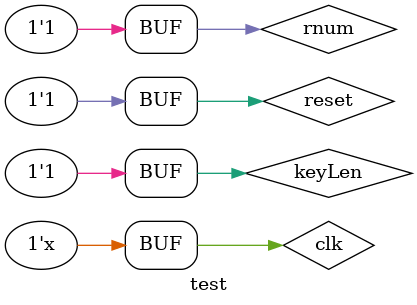
<source format=v>
module AEScore
	#(
	parameter KEY_WIDTH = 256,						// size of key, either 128 or 256 bit
	parameter DATA_WIDTH = 128,
   parameter ROM_WIDTH = 20,						// Width of memory element, i.e. M20k has 20 bit width
	parameter SELECT_SUBBYTE = 1,	// size of data, always 128 bit
	parameter WORD = 32								// Defines length of a word as 32 bits
	)
	(
	input clk,
	input rst, 											// active low
	input valid_in,									// Valid bit in. When high, data is valid and should be processed
	input [DATA_WIDTH-1:0] plaintext_in,		// data to be encrypted
	input [KEY_WIDTH-1:0] key_in, 				// key to be used for encryption
	input keyLen,
	output [DATA_WIDTH-1:0] ciphertext_out,	// ciphertext out
	//output [DATA_WIDTH-1:0] key_out,
	output valid_out									// Valid bit out. When high, data is valid and can be used in another function.	
	); 													// end signals/

	
	localparam NUM_ROUNDS = (KEY_WIDTH == 128) ? 10 : 14;
	 
	// intermediete logic
	wire valid [NUM_ROUNDS+1:0];
	wire validRound [NUM_ROUNDS+1:0];
	wire [127:0] keys [NUM_ROUNDS+1:0] ;
	wire [127:0] state [NUM_ROUNDS+1:0];
	wire [3:0] rnum [NUM_ROUNDS+1:0];						// Round number
	wire flips [NUM_ROUNDS+1:0];
	
	// XOR with the key to establish the state ("Round 0")
	assign keys[0]=key_in[KEY_WIDTH-1:KEY_WIDTH-128];
	assign keys[1]=key_in[127:0];
	assign state[1] = plaintext_in ^ keys[0];



assign valid[1]=valid_in;
assign rnum[1]=4'b0;
assign flips[1]=1'b1;
assign validRound[1]=valid_in;

	
	genvar i;
	generate
		for (i = 1; i <NUM_ROUNDS; i = i + 1) begin :round    	
		
			generateKey aes (	.key(keys[i]),
									.prev_key(keys[i-1]),
									.keyLen(keyLen),
									.validIn(valid[i]),
									.rnum(rnum[i]),
									.rnum_out(rnum[i+1]),
									.clk(clk),
									.reset(rst),
									.validOut(valid[i+1]),
									.outKey(keys[i+1]),
									.flip(flips[i]),
									.outflip(flips[i+1])
									);
									
			encryptSingleRound #(  DATA_WIDTH, ROM_WIDTH,SELECT_SUBBYTE ) round 	(.keyLen(keyLen),
			                                                               .prev_key(keys[i]),
																								.clk(clk),
																								.rst(rst),
																								.round_valid_in(validRound[i]),
																								.state_in(state[i]),
																								.key_in(keys[i+1]),
																								.state_out(state[i+1]),
																								.round_valid_out(validRound[i+1])
																								);
	
		end
	endgenerate
	
	
	//=================================================================================================
	// Final round:
	

//
	generateKey aes (	
							.key(keys[NUM_ROUNDS]),
							.prev_key(keys[NUM_ROUNDS-1]),
							.keyLen(keyLen),
							.validIn(valid[NUM_ROUNDS]),
							.rnum(rnum[NUM_ROUNDS]),
							.rnum_out(rnum[NUM_ROUNDS+1]),
							.clk(clk),
							.reset(rst),
							.validOut(valid[NUM_ROUNDS+1]),
							.outKey(keys[NUM_ROUNDS+1]),
							.flip(flips[NUM_ROUNDS]),
							.outflip(flips[NUM_ROUNDS+1])
							);
//							
	lastRound #(KEY_WIDTH, DATA_WIDTH, ROM_WIDTH,SELECT_SUBBYTE) lastround 	(.keyLen(keyLen),
	                                                             .clk(clk),
	                                                            .prev_key(keys[NUM_ROUNDS]),
																					.round_valid_in(validRound[NUM_ROUNDS]),
																					.state_in(state[NUM_ROUNDS]),
																					.key_in(keys[NUM_ROUNDS+1]), 
																					.state_out(state[NUM_ROUNDS+1]),
																					.round_valid_out(valid_out)
																				);
//	// Final Assignments
	//assign key_out = keys[2];
	assign ciphertext_out = state[NUM_ROUNDS +1];


	

	
endmodule 

module test();
//	assign data=128'h00112233445566778899aabbccddeeff;
//	assign prev_key=256'h000102030405060708090a0b0c0d0e0f101112131415161718191a1b1c1d1e1f;
	
	//assign key=128'h101112131415161718191a1b1c1d1e1f;

	assign rnum=1;
	
	//assign validIn=0;
	
	assign keyLen=1;	



//
// reg [127:0] s_in;
//	wire [127:0] s_out;
	reg clk;	
	reg reset;
	// 128-bit data
	// 11 rows in shifrRowTest.tv file
//	reg [127:0] testvectors [0:1];
	wire [127:0] outKey;
	wire [127:0] dataOut;
	//integer i;

	
	// Set up the clock
	parameter CLOCK_PERIOD = 100;	// simulating a toggling clock
	initial clk = 1;

	always begin
		#(CLOCK_PERIOD/2) clk = ~clk;				// clock toggle
	end
	
	initial begin
		reset = 0;
		#100;
		reset = 1;
	end

	
	// device under test
	AEScore dut (.key_in(256'h000102030405060708090a0b0c0d0e0f101112131415161718191a1b1c1d1e1f),
						.clk(clk),
						.keyLen(keyLen),
						.valid_in(1'b1),
                  .rst(reset),
						.valid_out(validOut),
						.plaintext_in(128'h00112233445566778899aabbccddeeff),
						.ciphertext_out(dataOut));
endmodule

         
</source>
